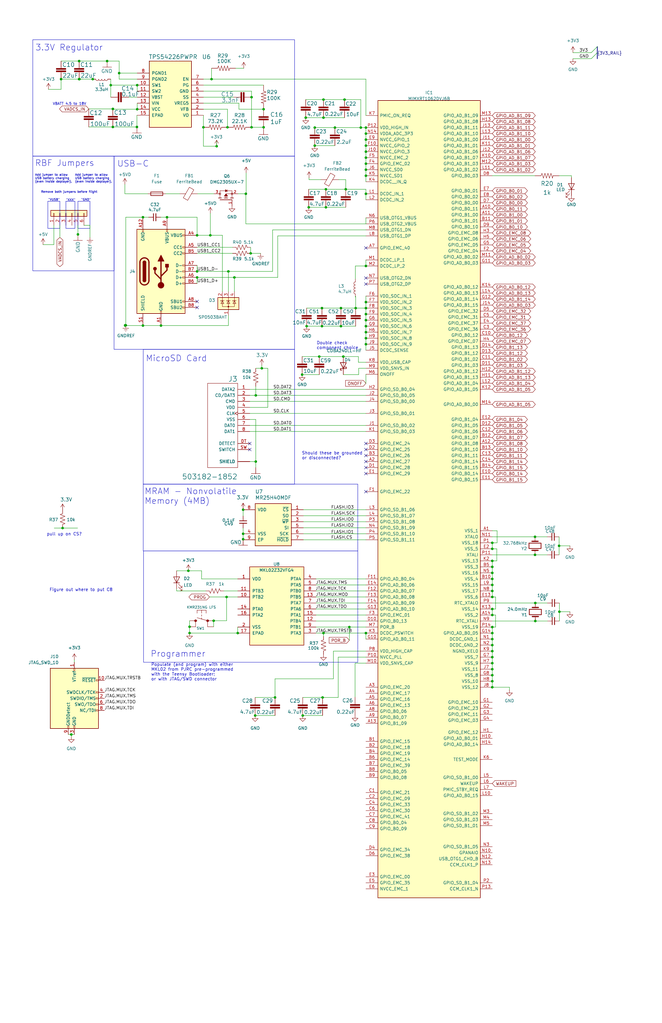
<source format=kicad_sch>
(kicad_sch (version 20230121) (generator eeschema)
  (paper "B" portrait)
  (bus_alias "3V3_RAIL" (members "3V3" "GND"))
  (bus_alias "I2C" (members "SDA" "SCL"))
  (bus_alias "JTAG" (members "TMS" "TCK" "MOD" "TDI" "TDO" "RST"))
  (bus_alias "Motor" (members "PWM_A" "PWM_B" "PWM_C" "RESET_A" "RESET_B" "RESET_C" "FAULT" "OTW" "M1"))
  (bus_alias "SPI" (members "SCK" "POCI" "PICO" "CS"))
  (junction (at 225.806 234.188))
  (junction (at 207.772 277.368))
  (junction (at 33.401 25.781))
  (junction (at 154.432 81.788))
  (junction (at 80.01 267.208))
  (junction (at 207.772 249.428))
  (junction (at 150.114 130.048))
  (junction (at 207.772 231.648))
  (junction (at 225.933 262.128))
  (junction (at 207.772 246.888))
  (junction (at 147.447 264.668))
  (junction (at 207.772 274.828))
  (junction (at 116.078 294.386))
  (junction (at 106.172 41.021))
  (junction (at 154.432 69.088))
  (junction (at 103.759 81.788))
  (junction (at 207.772 251.968))
  (junction (at 143.891 130.048))
  (junction (at 106.172 53.721))
  (junction (at 136.144 294.386))
  (junction (at 154.432 66.548))
  (junction (at 134.747 150.495))
  (junction (at 33.528 33.401))
  (junction (at 107.95 194.818))
  (junction (at 96.012 53.721))
  (junction (at 85.852 53.721))
  (junction (at 132.842 53.848))
  (junction (at 145.923 79.883))
  (junction (at 60.325 137.414))
  (junction (at 137.541 87.503))
  (junction (at 39.116 33.401))
  (junction (at 52.832 137.414))
  (junction (at 57.912 35.941))
  (junction (at 89.281 33.401))
  (junction (at 154.432 130.048))
  (junction (at 235.966 230.378))
  (junction (at 107.95 166.878))
  (junction (at 154.432 112.268))
  (junction (at 154.432 132.588))
  (junction (at 152.273 53.848))
  (junction (at 57.785 53.594))
  (junction (at 25.781 33.401))
  (junction (at 70.485 91.694))
  (junction (at 129.413 137.668))
  (junction (at 136.525 49.657))
  (junction (at 60.325 91.694))
  (junction (at 207.772 264.668))
  (junction (at 207.772 284.988))
  (junction (at 154.432 127.508))
  (junction (at 154.432 137.668))
  (junction (at 207.772 241.808))
  (junction (at 207.772 282.448))
  (junction (at 154.432 142.748))
  (junction (at 145.415 42.037))
  (junction (at 154.432 53.848))
  (junction (at 154.432 74.168))
  (junction (at 135.89 137.668))
  (junction (at 143.891 137.668))
  (junction (at 207.772 244.348))
  (junction (at 32.893 98.933))
  (junction (at 110.49 155.448))
  (junction (at 207.772 259.588))
  (junction (at 154.432 58.928))
  (junction (at 50.292 30.861))
  (junction (at 127.508 158.115))
  (junction (at 137.541 79.883))
  (junction (at 46.736 35.941))
  (junction (at 102.616 225.298))
  (junction (at 136.525 42.037))
  (junction (at 111.252 53.721))
  (junction (at 95.631 251.968))
  (junction (at 129.032 49.657))
  (junction (at 154.432 267.208))
  (junction (at 207.772 236.728))
  (junction (at 91.44 61.722))
  (junction (at 154.432 64.008))
  (junction (at 90.17 262.001))
  (junction (at 132.842 61.468))
  (junction (at 57.912 46.101))
  (junction (at 33.401 33.401))
  (junction (at 52.832 137.287))
  (junction (at 67.945 137.414))
  (junction (at 154.432 56.388))
  (junction (at 154.432 145.288))
  (junction (at 154.432 71.628))
  (junction (at 207.772 239.268))
  (junction (at 144.907 150.495))
  (junction (at 236.093 258.191))
  (junction (at 127.762 302.006))
  (junction (at 83.185 114.554))
  (junction (at 154.432 140.208))
  (junction (at 102.616 215.138))
  (junction (at 88.773 99.314))
  (junction (at 47.625 53.594))
  (junction (at 136.525 267.208))
  (junction (at 207.772 269.748))
  (junction (at 207.772 229.108))
  (junction (at 102.616 227.584))
  (junction (at 141.351 53.848))
  (junction (at 79.502 240.919))
  (junction (at 111.252 46.101))
  (junction (at 207.772 267.208))
  (junction (at 207.772 290.068))
  (junction (at 98.933 117.094))
  (junction (at 207.772 257.048))
  (junction (at 154.432 61.468))
  (junction (at 83.185 117.094))
  (junction (at 107.696 302.006))
  (junction (at 207.772 272.288))
  (junction (at 207.772 279.908))
  (junction (at 26.416 222.885))
  (junction (at 135.89 130.048))
  (junction (at 83.185 99.314))
  (junction (at 225.933 254.508))
  (junction (at 30.099 310.007))
  (junction (at 100.33 267.208))
  (junction (at 225.806 226.568))
  (junction (at 105.791 106.934))
  (junction (at 96.393 114.554))
  (junction (at 53.086 137.287))
  (junction (at 130.302 87.503))
  (junction (at 207.772 287.528))
  (junction (at 80.01 264.541))
  (junction (at 154.432 135.128))
  (junction (at 47.625 45.974))
  (junction (at 45.212 25.781))
  (no_connect (at 154.432 104.648))
  (no_connect (at 83.185 129.794))
  (no_connect (at 105.41 187.198))
  (no_connect (at 154.432 187.198))
  (no_connect (at 154.432 189.738))
  (no_connect (at 83.185 127.254))
  (no_connect (at 154.432 199.898))
  (no_connect (at 105.41 189.738))
  (no_connect (at 154.432 117.348))
  (no_connect (at 154.432 207.518))
  (no_connect (at 154.432 119.888))
  (no_connect (at 154.432 192.278))
  (no_connect (at 154.432 197.358))
  (no_connect (at 154.432 194.818))
  (bus_entry (at 252.095 22.225) (size -2.54 2.54))
  (bus_entry (at 252.095 19.685) (size -2.54 2.54))
  (wire (pts (xy 33.147 98.933) (xy 32.893 98.933)))
  (wire (pts (xy 207.772 274.828) (xy 207.772 277.368)))
  (wire (pts (xy 96.393 114.554) (xy 115.062 114.554)))
  (wire (pts (xy 60.325 137.414) (xy 67.945 137.414)))
  (wire (pts (xy 22.86 222.885) (xy 26.416 222.885)))
  (wire (pts (xy 88.773 99.314) (xy 93.853 99.314)))
  (wire (pts (xy 152.273 53.848) (xy 154.432 53.848)))
  (wire (pts (xy 83.185 106.934) (xy 98.171 106.934)))
  (wire (pts (xy 107.95 194.818) (xy 107.95 197.358)))
  (wire (pts (xy 89.281 28.829) (xy 89.281 33.401)))
  (polyline (pts (xy 37.973 96.393) (xy 37.973 84.963)))
  (wire (pts (xy 144.907 150.495) (xy 151.257 150.495)))
  (wire (pts (xy 230.886 226.568) (xy 225.806 226.568)))
  (wire (pts (xy 80.01 267.208) (xy 100.33 267.208)))
  (wire (pts (xy 207.772 269.748) (xy 207.772 272.288)))
  (wire (pts (xy 133.35 249.428) (xy 154.432 249.428)))
  (wire (pts (xy 85.852 48.641) (xy 85.852 53.721)))
  (wire (pts (xy 150.114 130.048) (xy 154.432 130.048)))
  (polyline (pts (xy 25.273 84.963) (xy 20.193 84.963)))
  (wire (pts (xy 207.772 282.448) (xy 207.772 284.988)))
  (wire (pts (xy 150.114 125.095) (xy 150.114 130.048)))
  (wire (pts (xy 207.772 231.648) (xy 209.677 231.648)))
  (wire (pts (xy 207.772 244.348) (xy 207.772 246.888)))
  (wire (pts (xy 116.078 286.512) (xy 140.716 286.512)))
  (wire (pts (xy 85.852 61.722) (xy 91.44 61.722)))
  (wire (pts (xy 236.093 258.191) (xy 240.538 258.191)))
  (polyline (pts (xy 20.193 96.393) (xy 25.273 96.393)))
  (wire (pts (xy 154.432 53.848) (xy 154.432 56.388)))
  (wire (pts (xy 143.891 130.048) (xy 150.114 130.048)))
  (wire (pts (xy 142.748 294.386) (xy 136.144 294.386)))
  (wire (pts (xy 25.781 33.401) (xy 33.401 33.401)))
  (wire (pts (xy 83.185 117.094) (xy 98.933 117.094)))
  (wire (pts (xy 149.987 125.095) (xy 150.114 125.095)))
  (wire (pts (xy 37.465 45.974) (xy 47.625 45.974)))
  (wire (pts (xy 130.429 75.819) (xy 135.382 75.819)))
  (wire (pts (xy 52.705 81.788) (xy 62.357 81.788)))
  (wire (pts (xy 154.432 109.728) (xy 154.432 112.268)))
  (wire (pts (xy 52.705 77.851) (xy 52.705 81.788)))
  (wire (pts (xy 129.032 42.037) (xy 136.525 42.037)))
  (wire (pts (xy 240.538 230.378) (xy 235.966 230.378)))
  (wire (pts (xy 57.912 43.561) (xy 57.912 46.101)))
  (wire (pts (xy 30.099 310.007) (xy 31.369 310.007)))
  (wire (pts (xy 52.832 137.414) (xy 52.705 137.414)))
  (wire (pts (xy 52.705 137.287) (xy 52.705 137.414)))
  (wire (pts (xy 207.772 254.508) (xy 225.933 254.508)))
  (wire (pts (xy 149.987 112.268) (xy 149.987 117.729)))
  (wire (pts (xy 47.625 46.101) (xy 57.912 46.101)))
  (wire (pts (xy 83.185 104.394) (xy 98.171 104.394)))
  (wire (pts (xy 85.852 41.021) (xy 98.552 41.021)))
  (wire (pts (xy 241.808 24.765) (xy 249.555 24.765)))
  (wire (pts (xy 207.772 249.428) (xy 207.772 251.968)))
  (wire (pts (xy 35.433 95.123) (xy 37.973 95.123)))
  (wire (pts (xy 100.33 264.668) (xy 100.33 267.208)))
  (wire (pts (xy 149.987 112.268) (xy 154.432 112.268)))
  (wire (pts (xy 26.416 222.885) (xy 32.766 222.885)))
  (wire (pts (xy 18.161 103.251) (xy 22.733 103.251)))
  (wire (pts (xy 154.432 99.568) (xy 117.221 99.568)))
  (wire (pts (xy 154.432 71.628) (xy 154.432 74.168)))
  (wire (pts (xy 110.49 155.448) (xy 113.03 155.448)))
  (wire (pts (xy 128.016 220.218) (xy 154.432 220.218)))
  (wire (pts (xy 145.415 42.037) (xy 152.273 42.037)))
  (wire (pts (xy 207.772 279.908) (xy 207.772 282.448)))
  (wire (pts (xy 236.093 254.508) (xy 236.093 258.191)))
  (wire (pts (xy 85.852 53.721) (xy 85.852 61.722)))
  (wire (pts (xy 107.95 177.038) (xy 107.95 194.818)))
  (polyline (pts (xy 37.973 84.963) (xy 32.893 84.963)))
  (polyline (pts (xy 32.893 84.963) (xy 32.893 96.393)))
  (wire (pts (xy 105.791 104.394) (xy 105.791 106.934)))
  (wire (pts (xy 60.325 137.414) (xy 52.832 137.414)))
  (wire (pts (xy 207.772 239.268) (xy 207.772 241.808)))
  (wire (pts (xy 207.772 287.528) (xy 207.772 290.068)))
  (wire (pts (xy 45.212 25.781) (xy 50.292 25.781)))
  (polyline (pts (xy 37.973 96.393) (xy 32.893 96.393)))
  (wire (pts (xy 152.273 42.037) (xy 152.273 53.848)))
  (wire (pts (xy 209.804 229.108) (xy 207.772 229.108)))
  (wire (pts (xy 116.078 286.512) (xy 116.078 294.386)))
  (wire (pts (xy 103.759 81.788) (xy 103.886 81.788)))
  (wire (pts (xy 50.292 33.401) (xy 57.912 33.401)))
  (wire (pts (xy 141.351 53.848) (xy 152.273 53.848)))
  (wire (pts (xy 57.785 48.641) (xy 57.912 48.641)))
  (wire (pts (xy 33.401 33.401) (xy 33.528 33.401)))
  (wire (pts (xy 105.41 194.818) (xy 107.95 194.818)))
  (wire (pts (xy 129.032 49.657) (xy 136.525 49.657)))
  (wire (pts (xy 130.302 79.883) (xy 137.541 79.883)))
  (wire (pts (xy 107.696 294.386) (xy 116.078 294.386)))
  (wire (pts (xy 33.401 25.781) (xy 45.212 25.781)))
  (wire (pts (xy 236.093 262.128) (xy 236.093 258.191)))
  (wire (pts (xy 47.625 45.974) (xy 47.625 46.101)))
  (wire (pts (xy 102.616 225.298) (xy 102.616 227.584)))
  (wire (pts (xy 74.549 248.539) (xy 74.549 249.428)))
  (wire (pts (xy 102.616 227.584) (xy 102.616 227.838)))
  (wire (pts (xy 57.912 41.021) (xy 54.356 41.021)))
  (wire (pts (xy 133.35 267.208) (xy 136.525 267.208)))
  (wire (pts (xy 28.829 310.007) (xy 30.099 310.007)))
  (wire (pts (xy 154.432 94.488) (xy 154.432 91.948)))
  (wire (pts (xy 52.832 137.287) (xy 52.832 137.414)))
  (wire (pts (xy 128.016 217.678) (xy 154.432 217.678)))
  (wire (pts (xy 32.893 95.123) (xy 32.893 98.933)))
  (wire (pts (xy 133.35 259.588) (xy 154.432 259.588)))
  (wire (pts (xy 85.852 38.481) (xy 106.172 38.481)))
  (wire (pts (xy 32.893 99.06) (xy 33.147 99.06)))
  (wire (pts (xy 135.89 137.668) (xy 143.891 137.668)))
  (wire (pts (xy 128.016 225.298) (xy 154.432 225.298)))
  (wire (pts (xy 98.933 117.094) (xy 98.933 123.063)))
  (wire (pts (xy 80.01 264.541) (xy 80.01 267.208)))
  (wire (pts (xy 230.886 234.188) (xy 225.806 234.188)))
  (wire (pts (xy 149.86 279.908) (xy 149.86 294.259)))
  (wire (pts (xy 154.432 127.508) (xy 154.432 130.048)))
  (wire (pts (xy 154.432 81.788) (xy 154.432 84.328)))
  (wire (pts (xy 115.062 97.028) (xy 154.432 97.028)))
  (wire (pts (xy 115.062 114.554) (xy 115.062 97.028)))
  (wire (pts (xy 33.528 33.401) (xy 39.116 33.401)))
  (wire (pts (xy 95.631 262.001) (xy 90.17 262.001)))
  (wire (pts (xy 154.432 130.048) (xy 154.432 132.588)))
  (wire (pts (xy 57.912 30.861) (xy 50.292 30.861)))
  (wire (pts (xy 209.169 257.048) (xy 207.772 257.048)))
  (wire (pts (xy 33.401 33.401) (xy 33.401 33.274)))
  (wire (pts (xy 50.292 25.781) (xy 50.292 30.861)))
  (wire (pts (xy 93.853 123.063) (xy 93.853 99.314)))
  (wire (pts (xy 25.781 33.401) (xy 25.781 37.719)))
  (wire (pts (xy 83.185 91.694) (xy 83.185 99.314)))
  (wire (pts (xy 96.012 46.101) (xy 96.012 53.721)))
  (wire (pts (xy 128.016 215.138) (xy 154.432 215.138)))
  (wire (pts (xy 31.369 278.511) (xy 31.369 279.527)))
  (wire (pts (xy 154.432 79.883) (xy 154.432 81.788)))
  (wire (pts (xy 67.945 137.414) (xy 96.393 137.414)))
  (wire (pts (xy 154.432 61.468) (xy 154.432 64.008)))
  (wire (pts (xy 133.35 262.128) (xy 154.432 262.128)))
  (wire (pts (xy 132.842 53.848) (xy 132.842 56.388)))
  (wire (pts (xy 154.432 56.388) (xy 154.432 58.928)))
  (wire (pts (xy 129.413 130.048) (xy 135.89 130.048)))
  (wire (pts (xy 154.432 161.798) (xy 154.432 157.988)))
  (wire (pts (xy 154.432 69.088) (xy 154.432 71.628)))
  (wire (pts (xy 83.185 112.014) (xy 83.185 114.554)))
  (wire (pts (xy 130.302 87.503) (xy 137.541 87.503)))
  (wire (pts (xy 89.281 33.401) (xy 154.432 33.401)))
  (wire (pts (xy 53.086 91.694) (xy 60.325 91.694)))
  (wire (pts (xy 207.772 74.168) (xy 225.806 74.168)))
  (wire (pts (xy 140.716 286.512) (xy 140.716 274.828)))
  (wire (pts (xy 132.842 53.848) (xy 141.351 53.848)))
  (wire (pts (xy 88.392 251.968) (xy 95.631 251.968)))
  (wire (pts (xy 147.447 264.668) (xy 147.447 270.256)))
  (wire (pts (xy 207.772 226.568) (xy 225.806 226.568)))
  (wire (pts (xy 151.257 152.908) (xy 154.432 152.908)))
  (wire (pts (xy 207.772 267.208) (xy 207.772 269.748)))
  (wire (pts (xy 136.525 49.657) (xy 145.415 49.657)))
  (wire (pts (xy 231.013 262.128) (xy 225.933 262.128)))
  (wire (pts (xy 154.432 124.968) (xy 154.432 127.508)))
  (wire (pts (xy 100.838 46.101) (xy 111.252 46.101)))
  (wire (pts (xy 107.95 163.068) (xy 107.95 166.878)))
  (wire (pts (xy 154.432 58.928) (xy 154.432 61.468)))
  (wire (pts (xy 207.772 251.968) (xy 209.169 251.968)))
  (wire (pts (xy 102.616 217.805) (xy 102.616 215.138)))
  (wire (pts (xy 127.762 302.006) (xy 136.144 302.006)))
  (wire (pts (xy 133.35 246.888) (xy 154.432 246.888)))
  (wire (pts (xy 130.429 75.057) (xy 130.429 75.819)))
  (wire (pts (xy 117.221 117.094) (xy 98.933 117.094)))
  (wire (pts (xy 137.541 87.503) (xy 145.923 87.503)))
  (wire (pts (xy 33.147 98.933) (xy 33.147 99.06)))
  (wire (pts (xy 154.432 64.008) (xy 154.432 66.548)))
  (wire (pts (xy 145.923 79.883) (xy 154.432 79.883)))
  (wire (pts (xy 149.987 125.349) (xy 149.987 125.095)))
  (wire (pts (xy 207.772 236.728) (xy 207.772 239.268)))
  (wire (pts (xy 80.01 262.001) (xy 80.01 264.541)))
  (wire (pts (xy 142.748 277.368) (xy 142.748 294.386)))
  (wire (pts (xy 149.86 279.908) (xy 154.432 279.908)))
  (wire (pts (xy 231.013 254.508) (xy 225.933 254.508)))
  (wire (pts (xy 102.616 214.884) (xy 102.616 215.138)))
  (wire (pts (xy 85.852 33.401) (xy 89.281 33.401)))
  (wire (pts (xy 94.488 249.428) (xy 100.33 249.428)))
  (wire (pts (xy 144.907 158.115) (xy 151.384 158.115)))
  (wire (pts (xy 117.221 99.568) (xy 117.221 117.094)))
  (wire (pts (xy 99.441 28.829) (xy 102.87 28.829)))
  (wire (pts (xy 207.772 224.028) (xy 209.804 224.028)))
  (wire (pts (xy 154.432 142.748) (xy 154.432 145.288)))
  (wire (pts (xy 53.086 137.287) (xy 53.086 91.694)))
  (wire (pts (xy 103.759 94.488) (xy 154.432 94.488)))
  (wire (pts (xy 127.762 294.386) (xy 136.144 294.386)))
  (wire (pts (xy 127.508 150.495) (xy 134.747 150.495)))
  (wire (pts (xy 88.773 99.314) (xy 83.185 99.314)))
  (wire (pts (xy 53.086 137.287) (xy 52.832 137.287)))
  (wire (pts (xy 105.41 179.578) (xy 154.432 179.578)))
  (wire (pts (xy 209.677 236.728) (xy 207.772 236.728)))
  (wire (pts (xy 106.172 41.021) (xy 106.172 53.721)))
  (wire (pts (xy 151.384 155.448) (xy 154.432 155.448)))
  (wire (pts (xy 136.525 42.037) (xy 145.415 42.037)))
  (wire (pts (xy 111.252 53.721) (xy 111.252 54.229)))
  (wire (pts (xy 57.785 48.641) (xy 57.785 53.594)))
  (bus (pts (xy 252.095 19.685) (xy 252.095 22.225)))
  (wire (pts (xy 241.808 22.225) (xy 249.555 22.225)))
  (wire (pts (xy 135.89 130.048) (xy 143.891 130.048)))
  (wire (pts (xy 207.772 257.048) (xy 207.772 259.588)))
  (wire (pts (xy 207.772 264.668) (xy 207.772 267.208)))
  (wire (pts (xy 136.525 268.605) (xy 136.525 267.208)))
  (wire (pts (xy 133.35 257.048) (xy 154.432 257.048)))
  (wire (pts (xy 85.852 43.561) (xy 100.838 43.561)))
  (wire (pts (xy 83.058 117.094) (xy 83.185 117.094)))
  (wire (pts (xy 133.35 251.968) (xy 154.432 251.968)))
  (wire (pts (xy 209.677 231.648) (xy 209.677 236.728)))
  (wire (pts (xy 90.17 262.001) (xy 90.17 264.541)))
  (wire (pts (xy 105.41 169.418) (xy 154.432 169.418)))
  (wire (pts (xy 74.549 249.428) (xy 86.868 249.428)))
  (wire (pts (xy 209.804 224.028) (xy 209.804 229.108)))
  (wire (pts (xy 151.384 158.115) (xy 151.384 155.448)))
  (wire (pts (xy 106.172 53.721) (xy 111.252 53.721)))
  (wire (pts (xy 154.432 132.588) (xy 154.432 135.128)))
  (wire (pts (xy 102.616 222.885) (xy 102.616 225.298)))
  (polyline (pts (xy 27.813 84.963) (xy 31.623 84.963)))
  (wire (pts (xy 207.772 272.288) (xy 207.772 274.828)))
  (wire (pts (xy 207.772 246.888) (xy 207.772 249.428)))
  (wire (pts (xy 107.696 302.006) (xy 116.078 302.006)))
  (wire (pts (xy 235.966 234.188) (xy 235.966 230.378)))
  (wire (pts (xy 134.747 150.495) (xy 144.907 150.495)))
  (wire (pts (xy 85.09 240.919) (xy 85.09 244.348)))
  (wire (pts (xy 154.432 137.668) (xy 154.432 140.208)))
  (wire (pts (xy 128.016 222.758) (xy 154.432 222.758)))
  (wire (pts (xy 154.432 66.548) (xy 154.432 69.088)))
  (wire (pts (xy 96.393 114.554) (xy 96.393 123.063)))
  (wire (pts (xy 83.185 117.094) (xy 83.185 119.634)))
  (wire (pts (xy 154.432 145.288) (xy 154.432 147.828)))
  (wire (pts (xy 127.508 158.115) (xy 134.747 158.115)))
  (wire (pts (xy 46.736 35.941) (xy 46.736 41.021)))
  (wire (pts (xy 96.393 133.223) (xy 96.393 137.414)))
  (wire (pts (xy 110.49 155.448) (xy 110.49 154.178)))
  (wire (pts (xy 106.172 38.481) (xy 106.172 41.021)))
  (polyline (pts (xy 31.623 84.963) (xy 31.623 96.393)))
  (wire (pts (xy 151.257 150.495) (xy 151.257 152.908)))
  (wire (pts (xy 103.759 94.488) (xy 103.759 81.788)))
  (wire (pts (xy 37.973 95.123) (xy 37.973 100.203)))
  (wire (pts (xy 154.432 135.128) (xy 154.432 137.668)))
  (wire (pts (xy 209.169 264.668) (xy 207.772 264.668)))
  (wire (pts (xy 50.292 30.861) (xy 50.292 33.401)))
  (wire (pts (xy 235.966 230.378) (xy 235.966 226.568)))
  (wire (pts (xy 207.772 290.068) (xy 215.011 290.068)))
  (wire (pts (xy 30.099 310.896) (xy 30.099 310.007)))
  (wire (pts (xy 207.772 284.988) (xy 207.772 287.528)))
  (bus (pts (xy 252.095 22.225) (xy 252.095 24.765)))
  (wire (pts (xy 154.432 267.208) (xy 154.432 269.748)))
  (wire (pts (xy 105.41 182.118) (xy 154.432 182.118)))
  (wire (pts (xy 25.273 100.203) (xy 25.273 95.123)))
  (wire (pts (xy 207.772 277.368) (xy 207.772 279.908)))
  (polyline (pts (xy 31.623 96.393) (xy 27.813 96.393)))
  (wire (pts (xy 145.923 75.819) (xy 145.923 79.883)))
  (wire (pts (xy 209.169 259.588) (xy 209.169 264.668)))
  (wire (pts (xy 85.852 35.941) (xy 111.252 35.941)))
  (wire (pts (xy 33.401 33.274) (xy 33.528 33.274)))
  (wire (pts (xy 143.002 75.819) (xy 145.923 75.819)))
  (wire (pts (xy 74.549 240.919) (xy 79.502 240.919)))
  (wire (pts (xy 133.35 254.508) (xy 154.432 254.508)))
  (polyline (pts (xy 20.193 84.963) (xy 20.193 96.393)))
  (wire (pts (xy 103.886 73.025) (xy 103.886 81.788)))
  (wire (pts (xy 95.631 251.968) (xy 100.33 251.968)))
  (wire (pts (xy 154.432 74.168) (xy 154.432 76.708)))
  (wire (pts (xy 100.457 81.788) (xy 103.759 81.788)))
  (wire (pts (xy 88.773 90.043) (xy 88.773 99.314)))
  (wire (pts (xy 207.772 259.588) (xy 209.169 259.588)))
  (wire (pts (xy 37.465 53.594) (xy 47.625 53.594)))
  (wire (pts (xy 46.736 35.941) (xy 57.912 35.941)))
  (wire (pts (xy 85.09 244.348) (xy 100.33 244.348)))
  (wire (pts (xy 33.528 33.401) (xy 33.528 33.274)))
  (wire (pts (xy 25.781 37.719) (xy 20.447 37.719)))
  (wire (pts (xy 147.447 264.668) (xy 154.432 264.668)))
  (wire (pts (xy 83.439 81.788) (xy 90.297 81.788)))
  (wire (pts (xy 83.185 114.554) (xy 96.393 114.554)))
  (wire (pts (xy 133.35 264.668) (xy 147.447 264.668)))
  (wire (pts (xy 154.432 33.401) (xy 154.432 48.768)))
  (wire (pts (xy 105.41 177.038) (xy 107.95 177.038)))
  (wire (pts (xy 52.832 137.287) (xy 52.705 137.287)))
  (wire (pts (xy 67.818 91.694) (xy 70.485 91.694)))
  (wire (pts (xy 85.852 46.101) (xy 96.012 46.101)))
  (wire (pts (xy 209.169 251.968) (xy 209.169 257.048)))
  (wire (pts (xy 154.432 140.208) (xy 154.432 142.748)))
  (wire (pts (xy 132.842 61.468) (xy 141.351 61.468)))
  (wire (pts (xy 105.41 174.498) (xy 154.432 174.498)))
  (wire (pts (xy 57.912 38.481) (xy 57.912 35.941)))
  (wire (pts (xy 215.011 290.068) (xy 215.011 291.211)))
  (wire (pts (xy 91.44 59.563) (xy 91.44 61.722)))
  (wire (pts (xy 40.005 33.401) (xy 39.116 33.401)))
  (wire (pts (xy 105.41 166.878) (xy 107.95 166.878)))
  (wire (pts (xy 69.977 81.788) (xy 75.819 81.788)))
  (wire (pts (xy 129.413 137.668) (xy 135.89 137.668)))
  (wire (pts (xy 128.016 227.838) (xy 154.432 227.838)))
  (wire (pts (xy 70.485 91.694) (xy 83.185 91.694)))
  (wire (pts (xy 241.173 74.168) (xy 241.173 74.93)))
  (wire (pts (xy 105.791 106.934) (xy 109.982 106.934)))
  (wire (pts (xy 207.772 234.188) (xy 225.806 234.188)))
  (wire (pts (xy 25.781 25.781) (xy 33.401 25.781)))
  (wire (pts (xy 47.625 53.594) (xy 57.785 53.594)))
  (wire (pts (xy 22.733 103.251) (xy 22.733 95.123)))
  (wire (pts (xy 154.432 277.368) (xy 142.748 277.368)))
  (wire (pts (xy 95.631 251.968) (xy 95.631 262.001)))
  (wire (pts (xy 140.716 274.828) (xy 154.432 274.828)))
  (wire (pts (xy 79.502 240.919) (xy 85.09 240.919)))
  (wire (pts (xy 100.838 43.561) (xy 100.838 46.101)))
  (wire (pts (xy 235.966 74.168) (xy 241.173 74.168)))
  (wire (pts (xy 107.95 155.448) (xy 110.49 155.448)))
  (wire (pts (xy 207.772 262.128) (xy 225.933 262.128)))
  (wire (pts (xy 60.325 91.694) (xy 62.738 91.694)))
  (wire (pts (xy 113.03 155.448) (xy 113.03 171.958)))
  (wire (pts (xy 207.772 229.108) (xy 207.772 231.648)))
  (polyline (pts (xy 27.813 96.393) (xy 27.813 84.963)))
  (wire (pts (xy 137.541 79.883) (xy 145.923 79.883)))
  (wire (pts (xy 32.893 98.933) (xy 32.893 99.06)))
  (wire (pts (xy 143.891 137.668) (xy 150.114 137.668)))
  (wire (pts (xy 107.95 166.878) (xy 154.432 166.878)))
  (wire (pts (xy 46.736 33.401) (xy 46.736 35.941)))
  (wire (pts (xy 105.41 171.958) (xy 113.03 171.958)))
  (wire (pts (xy 133.35 244.348) (xy 154.432 244.348)))
  (wire (pts (xy 105.41 164.338) (xy 154.432 164.338)))
  (polyline (pts (xy 25.273 96.393) (xy 25.273 84.963)))
  (wire (pts (xy 136.525 267.208) (xy 154.432 267.208)))
  (wire (pts (xy 207.772 241.808) (xy 207.772 244.348)))
  (rectangle (start 48.133 65.913) (end 124.333 147.447))
  (rectangle (start 13.843 16.764) (end 124.333 65.913))
  (rectangle (start 13.843 65.913) (end 48.133 114.3))
  (rectangle (start 60.579 232.537) (end 151.003 279.527))
  (rectangle (start 60.452 204.343) (end 151.003 232.537))
  (rectangle (start 60.452 147.447) (end 124.333 204.343))
  (text "3.3V Regulator" (at 14.859 21.717 0) (effects (font (size 2.54 2.54)) (justify left bottom)))
  (text "\"VUSB\"" (at 25.273 84.963 0) (effects (font (size 0.889 0.889)) (justify right bottom)))
  (text "USB-C\n" (at 49.403 70.739 0) (effects (font (size 2.54 2.54)) (justify left bottom)))
  (text "MicroSD Card" (at 61.468 152.908 0) (effects (font (size 2.54 2.54)) (justify left bottom)))
  (text "VBATT 4.5 to 18V" (at 22.225 44.577 0) (effects (font (size 1.0668 1.0668)) (justify left bottom)))
  (text "Programmer" (at 63.5 277.622 0) (effects (font (size 2.54 2.54)) (justify left bottom)))
  (text "Figure out where to put C8" (at 20.828 249.809 0) (effects (font (size 1.27 1.27)) (justify left bottom)))
  (text "pull up on CS?\n" (at 19.685 226.314 0) (effects (font (size 1.27 1.27)) (justify left bottom)))
  (text "Populate (and program) with either \nMKL02 from PJRC pre-programmed \nwith the Teensy Bootloader;\nor with JTAG/SWD connector" (at 63.754 287.528 0) (effects (font (size 1.27 1.27)) (justify left bottom)))
  (text "\"GND\"" (at 34.163 84.963 0) (effects (font (size 0.889 0.889)) (justify left bottom)))
  (text "Add jumper to allow\nUSB battery charging\n(even inside deployer).\n" (at 14.732 77.343 0) (effects (font (size 0.889 0.889)) (justify left bottom)))
  (text "Should these be grounded \nor disconnected?\n" (at 127.381 194.183 0) (effects (font (size 1.27 1.27)) (justify left bottom)))
  (text "Double check \ncomponent choice\n\n" (at 133.604 149.733 0) (effects (font (size 1.27 1.27)) (justify left bottom)))
  (text "RBF Jumpers" (at 14.732 70.485 0) (effects (font (size 2.54 2.54)) (justify left bottom)))
  (text "Add jumper to allow\nUSB battery charging\n(even inside deployer).\n" (at 31.623 77.343 0) (effects (font (size 0.889 0.889)) (justify left bottom)))
  (text "MRAM - Nonvolatile\nMemory (4MB)" (at 60.96 213.106 0) (effects (font (size 2.54 2.54)) (justify left bottom)))
  (text "\"XXX\"" (at 31.877 85.09 0) (effects (font (size 0.889 0.889)) (justify right bottom)))
  (text "Remove both jumpers before flight" (at 17.272 81.661 0) (effects (font (size 0.889 0.889)) (justify left bottom)))
  (label "SD.DAT2" (at 115.316 164.338 0))
  (label "FLASH.IO2" (at 139.7 222.758 0))
  (label "FLASH.SCK" (at 139.7 217.678 0))
  (label "USB1_D+" (at 83.185 119.507 0))
  (label "FLASH.CS" (at 139.7 227.838 0))
  (label "JTAG.MUX.TDO" (at 146.431 257.048 180))
  (label "JTAG.MUX.TDI" (at 145.796 254.508 180))
  (label "SD.DAT1" (at 115.316 182.118 0))
  (label "FLASH.IO0" (at 139.7 220.218 0))
  (label "SD.CMD" (at 115.316 169.418 0))
  (label "GND" (at 244.475 24.765 0))
  (label "JTAG.MUX.TRSTB" (at 44.069 287.147 0))
  (label "FLASH.IO3" (at 139.7 215.138 0))
  (label "JTAG.MUX.TRSTB" (at 148.59 267.208 180))
  (label "FLASH.IO1" (at 139.7 225.552 0))
  (label "JTAG.MUX.TMS" (at 44.069 294.767 0))
  (label "{3V3_RAIL}" (at 252.095 23.495 0))
  (label "JTAG.MUX.TDI" (at 44.069 299.847 0))
  (label "USB1_D-" (at 83.185 114.554 0))
  (label "JTAG.MUX.TMS" (at 146.558 246.888 180))
  (label "SD.CLK" (at 115.316 174.498 0))
  (label "JTAG.MUX.TDO" (at 44.069 297.307 0))
  (label "JTAG.MUX.MOD" (at 146.939 251.968 180))
  (label "USB1_CC1" (at 83.185 104.394 0))
  (label "3V3" (at 244.475 22.225 0))
  (label "JTAG.MUX.TCK" (at 44.069 292.227 0))
  (label "SD.DAT3" (at 115.316 166.878 0))
  (label "SD.DAT0" (at 115.316 179.578 0))
  (label "USB1_CC2" (at 83.185 106.934 0))
  (label "JTAG.MUX.TCK" (at 146.304 249.428 180))
  (global_label "GPIO_AD_B1_08" (shape bidirectional) (at 207.772 51.308 0) (property "Intersheetrefs" "${INTERSHEET_REFS}" (effects hide)))
  (global_label "GPIO_B0_14" (shape bidirectional) (at 207.772 199.898 0) (property "Intersheetrefs" "${INTERSHEET_REFS}" (effects hide)))
  (global_label "POR_B" (shape input) (at 147.447 270.256 180) (property "Intersheetrefs" "${INTERSHEET_REFS}" (effects hide)))
  (global_label "ONOFF" (shape input) (at 154.432 161.798 180) (property "Intersheetrefs" "${INTERSHEET_REFS}" (effects hide)))
  (global_label "GPIO_AD_B1_07" (shape bidirectional) (at 207.772 66.548 0) (property "Intersheetrefs" "${INTERSHEET_REFS}" (effects hide)))
  (global_label "GPIO_AD_B1_01" (shape bidirectional) (at 207.772 61.468 0) (property "Intersheetrefs" "${INTERSHEET_REFS}" (effects hide)))
  (global_label "GPIO_B0_02" (shape bidirectional) (at 207.772 83.058 0) (property "Intersheetrefs" "${INTERSHEET_REFS}" (effects hide)))
  (global_label "GPIO_AD_B0_13" (shape bidirectional) (at 207.772 123.698 0) (property "Intersheetrefs" "${INTERSHEET_REFS}" (effects hide)))
  (global_label "GPIO_AD_B1_11" (shape bidirectional) (at 207.772 53.848 0) (property "Intersheetrefs" "${INTERSHEET_REFS}" (effects hide)))
  (global_label "GPIO_B1_11" (shape bidirectional) (at 207.772 192.278 0) (property "Intersheetrefs" "${INTERSHEET_REFS}" (effects hide)))
  (global_label "VADCS_IN" (shape bidirectional) (at 25.273 100.203 270) (property "Intersheetrefs" "${INTERSHEET_REFS}" (effects hide)))
  (global_label "GPIO_EMC_07" (shape bidirectional) (at 207.772 144.018 0) (property "Intersheetrefs" "${INTERSHEET_REFS}" (effects hide)))
  (global_label "GPIO_B1_00" (shape bidirectional) (at 207.772 90.678 0) (property "Intersheetrefs" "${INTERSHEET_REFS}" (effects hide)))
  (global_label "GPIO_AD_B1_06" (shape bidirectional) (at 207.772 64.008 0) (property "Intersheetrefs" "${INTERSHEET_REFS}" (effects hide)))
  (global_label "GPIO_B0_00" (shape bidirectional) (at 207.772 85.598 0) (property "Intersheetrefs" "${INTERSHEET_REFS}" (effects hide)))
  (global_label "GPIO_B1_14" (shape bidirectional) (at 207.772 194.818 0) (property "Intersheetrefs" "${INTERSHEET_REFS}" (effects hide)))
  (global_label "GPIO_B1_13" (shape bidirectional) (at 207.772 146.558 0) (property "Intersheetrefs" "${INTERSHEET_REFS}" (effects hide)))
  (global_label "GPIO_B1_12" (shape bidirectional) (at 207.772 149.098 0) (property "Intersheetrefs" "${INTERSHEET_REFS}" (effects hide)))
  (global_label "GPIO_AD_B1_14" (shape bidirectional) (at 207.772 126.238 0) (property "Intersheetrefs" "${INTERSHEET_REFS}" (effects hide)))
  (global_label "GPIO_B1_08" (shape bidirectional) (at 207.772 187.198 0) (property "Intersheetrefs" "${INTERSHEET_REFS}" (effects hide)))
  (global_label "GPIO_B1_01" (shape bidirectional) (at 207.772 93.218 0) (property "Intersheetrefs" "${INTERSHEET_REFS}" (effects hide)))
  (global_label "GPIO_B1_10" (shape bidirectional) (at 207.772 189.738 0) (property "Intersheetrefs" "${INTERSHEET_REFS}" (effects hide)))
  (global_label "GPIO_EMC_04" (shape bidirectional) (at 207.772 105.918 0) (property "Intersheetrefs" "${INTERSHEET_REFS}" (effects hide)))
  (global_label "GPIO_B0_10" (shape bidirectional) (at 207.772 95.758 0) (property "Intersheetrefs" "${INTERSHEET_REFS}" (effects hide)))
  (global_label "GPIO_B0_01" (shape bidirectional) (at 207.772 80.518 0) (property "Intersheetrefs" "${INTERSHEET_REFS}" (effects hide)))
  (global_label "WAKEUP" (shape input) (at 207.772 330.708 0) (property "Intersheetrefs" "${INTERSHEET_REFS}" (effects hide)))
  (global_label "GPIO_B1_15" (shape bidirectional) (at 207.772 202.438 0) (property "Intersheetrefs" "${INTERSHEET_REFS}" (effects hide)))
  (global_label "GPIO_B1_06" (shape bidirectional) (at 207.772 182.118 0) (property "Intersheetrefs" "${INTERSHEET_REFS}" (effects hide)))
  (global_label "GPIO_B1_04" (shape bidirectional) (at 207.772 177.038 0) (property "Intersheetrefs" "${INTERSHEET_REFS}" (effects hide)))
  (global_label "GPIO_EMC_08" (shape bidirectional) (at 207.772 98.298 0) (property "Intersheetrefs" "${INTERSHEET_REFS}" (effects hide)))
  (global_label "GPIO_AD_B0_02" (shape bidirectional) (at 207.772 108.458 0) (property "Intersheetrefs" "${INTERSHEET_REFS}" (effects hide)))
  (global_label "GPIO_B1_02" (shape bidirectional) (at 207.772 151.638 0) (property "Intersheetrefs" "${INTERSHEET_REFS}" (effects hide)))
  (global_label "GPIO_B1_05" (shape bidirectional) (at 207.772 179.578 0) (property "Intersheetrefs" "${INTERSHEET_REFS}" (effects hide)))
  (global_label "GPIO_AD_B1_13" (shape bidirectional) (at 207.772 159.258 0) (property "Intersheetrefs" "${INTERSHEET_REFS}" (effects hide)))
  (global_label "GPIO_AD_B1_04" (shape bidirectional) (at 207.772 161.798 0) (property "Intersheetrefs" "${INTERSHEET_REFS}" (effects hide)))
  (global_label "GPIO_EMC_32" (shape bidirectional) (at 207.772 131.318 0) (property "Intersheetrefs" "${INTERSHEET_REFS}" (effects hide)))
  (global_label "GPIO_AD_B1_10" (shape bidirectional) (at 207.772 56.388 0) (property "Intersheetrefs" "${INTERSHEET_REFS}" (effects hide)))
  (global_label "GPIO_AD_B1_05" (shape bidirectional) (at 207.772 170.688 0) (property "Intersheetrefs" "${INTERSHEET_REFS}" (effects hide)))
  (global_label "GPIO_AD_B1_12" (shape bidirectional) (at 207.772 156.718 0) (property "Intersheetrefs" "${INTERSHEET_REFS}" (effects hide)))
  (global_label "GPIO_EMC_36" (shape bidirectional) (at 207.772 138.938 0) (property "Intersheetrefs" "${INTERSHEET_REFS}" (effects hide)))
  (global_label "GPIO_B1_03" (shape bidirectional) (at 207.772 154.178 0) (property "Intersheetrefs" "${INTERSHEET_REFS}" (effects hide)))
  (global_label "GPIO_EMC_06" (shape bidirectional) (at 207.772 100.838 0) (property "Intersheetrefs" "${INTERSHEET_REFS}" (effects hide)))
  (global_label "GPIO_AD_B1_03" (shape bidirectional) (at 207.772 69.088 0) (property "Intersheetrefs" "${INTERSHEET_REFS}" (effects hide)))
  (global_label "GPIO_EMC_37" (shape bidirectional) (at 207.772 136.398 0) (property "Intersheetrefs" "${INTERSHEET_REFS}" (effects hide)))
  (global_label "GPIO_AD_B1_05" (shape bidirectional) (at 207.772 164.338 0) (property "Intersheetrefs" "${INTERSHEET_REFS}" (effects hide)))
  (global_label "GPIO_EMC_31" (shape bidirectional) (at 207.772 133.858 0) (property "Intersheetrefs" "${INTERSHEET_REFS}" (effects hide)))
  (global_label "GPIO_AD_B0_03" (shape bidirectional) (at 207.772 128.778 0) (property "Intersheetrefs" "${INTERSHEET_REFS}" (effects hide)))
  (global_label "GPIO_AD_B1_00" (shape bidirectional) (at 207.772 58.928 0) (property "Intersheetrefs" "${INTERSHEET_REFS}" (effects hide)))
  (global_label "GPIO_B1_07" (shape bidirectional) (at 207.772 184.658 0) (property "Intersheetrefs" "${INTERSHEET_REFS}" (effects hide)))
  (global_label "GPIO_B0_11" (shape bidirectional) (at 207.772 88.138 0) (property "Intersheetrefs" "${INTERSHEET_REFS}" (effects hide)))
  (global_label "PROG" (shape bidirectional) (at 88.392 251.968 180) (property "Intersheetrefs" "${INTERSHEET_REFS}" (effects hide)))
  (global_label "VADCS_IN" (shape bidirectional) (at 37.465 45.974 180) (property "Intersheetrefs" "${INTERSHEET_REFS}" (effects hide)))
  (global_label "GPIO_AD_B0_12" (shape bidirectional) (at 207.772 121.158 0) (property "Intersheetrefs" "${INTERSHEET_REFS}" (effects hide)))
  (global_label "GPIO_B1_15" (shape bidirectional) (at 207.772 197.358 0) (property "Intersheetrefs" "${INTERSHEET_REFS}" (effects hide)))
  (global_label "GPIO_AD_B1_09" (shape bidirectional) (at 207.772 48.768 0) (property "Intersheetrefs" "${INTERSHEET_REFS}" (effects hide)))
  (global_label "GPIO_AD_B0_03" (shape bidirectional) (at 207.772 110.998 0) (property "Intersheetrefs" "${INTERSHEET_REFS}" (effects hide)))
  (global_label "GPIO_B0_12" (shape bidirectional) (at 207.772 141.478 0) (property "Intersheetrefs" "${INTERSHEET_REFS}" (effects hide)))
  (global_label "GPIO_EMC_05" (shape bidirectional) (at 207.772 103.378 0) (property "Intersheetrefs" "${INTERSHEET_REFS}" (effects hide)))
  (global_label "GPIO_AD_B1_02" (shape bidirectional) (at 207.772 71.628 0) (property "Intersheetrefs" "${INTERSHEET_REFS}" (effects hide)))
  (symbol (lib_id "Device:R_US") (at 136.525 272.415 0) (mirror x) (unit 1)
    (property "Reference" "R37" (at 132.461 271.526 0))
    (property "Value" "100k" (at 132.334 273.558 0))
    (property "Footprint" "Resistor_SMD:R_0603_1608Metric" (effects hide))
    (property "Description" "10k 0603" (effects hide))
    (instances (project "adcs-hardware" (path "" (reference "R37") (unit 1)) (path "" (reference "R17") (unit 1))) (project "mainboard" (path "" (reference "R50") (unit 1))))
  )
  (symbol (lib_id "Device:L") (at 42.926 33.401 270) (unit 1)
    (property "Reference" "L1" (at 42.926 35.687 90))
    (property "Value" "3.3uH" (at 42.926 37.719 90))
    (property "Footprint" "mainboard:L_2141" (effects hide))
    (property "Datasheet" "https://datasheet.lcsc.com/lcsc/2009171412_TAI-TECH-HPC5040NF-3R3MTH_C304367.pdf" (effects hide))
    (property "Description" "3.3uH Shielded Inductor" (effects hide))
    (property "Flight" "SPM5030T-3R3M-HZ" (effects hide))
    (property "Manufacturer_Name" "TAI-TECH" (effects hide))
    (property "Manufacturer_Part_Number" "HPC5040NF-3R3MTH" (effects hide))
    (property "Proto" "HPC5040NF-3R3MTH" (effects hide))
    (instances (project "adcs-hardware" (path "" (reference "L1") (unit 1)) (path "" (reference "L1") (unit 1))) (project "mainboard" (path "" (reference "L2") (unit 1))))
  )
  (symbol (lib_id "power:+3V3") (at 102.87 28.829 0) (unit 1)
    (property "Reference" "#PWR030" (effects hide))
    (property "Value" "+3V3" (at 102.87 23.749 0))
    (instances (project "adcs-hardware" (path "" (reference "#PWR030") (unit 1)) (path "" (reference "#PWR07") (unit 1))))
  )
  (symbol (lib_id "Device:LED") (at 241.173 78.74 270) (mirror x) (unit 1)
    (property "Reference" "D1" (at 236.347 77.978 90))
    (property "Value" "LED" (at 236.601 80.01 90))
    (property "Footprint" "LED_SMD:LED_0402_1005Metric" (effects hide))
    (instances (project "adcs-hardware" (path "" (reference "D1") (unit 1))) (project "Teensy4.1-example" (path "" (reference "D3") (unit 1))))
  )
  (symbol (lib_id "pycubed_mainboard:10NF_10000PF-50V-10%(0603)") (at 127.762 299.466 0) (unit 1)
    (property "Reference" "C25" (at 122.174 295.783 0) (effects (font (size 1.4986 1.4986)) (justify left)))
    (property "Value" "4.7uF" (at 121.285 300.482 0) (effects (font (size 1.4986 1.4986)) (justify left)))
  )
  (symbol (lib_id "mainboard:TPS54226PWPRPWP14_2P31X2P46-L") (at 71.882 39.751 180) (unit 1)
    (property "Reference" "U6" (at 89.027 22.987 0) (effects (font (size 1.7526 1.7526)) (justify left bottom)))
    (property "Value" "TPS54226PWPR" (at 62.738 25.019 0) (effects (font (size 1.7526 1.7526)) (justify right top)))
    (property "Footprint" "mainboard:PWP14_2P31X2P46-L" (effects hide))
    (property "Datasheet" "https://www.ti.com/lit/gpn/tps54226" (effects hide))
    (property "Description" "3.3V Switching Regulator" (effects hide))
    (property "Flight" "TPS54226PWPR" (effects hide))
    (property "Manufacturer_Name" "Texas Instruments" (effects hide))
    (property "Manufacturer_Part_Number" "TPS54226PWPR" (effects hide))
    (property "Proto" "TPS54226PWPR" (effects hide))
    (instances (project "adcs-hardware" (path "" (reference "U6") (unit 1)) (path "" (reference "U6") (unit 1))) (project "mainboard" (path "" (reference "U5") (unit 1))))
  )
  (symbol (lib_name "GND_9") (lib_id "power:GND") (at 97.917 86.868 0) (unit 1)
    (property "Reference" "#PWR05" (effects hide))
    (property "Value" "GND" (at 97.917 91.567 0))
  )
  (symbol (lib_id "mainboard:R-US_R0603") (at 101.092 53.721 180) (unit 1)
    (property "Reference" "R28" (at 101.092 48.641 0) (effects (font (size 1.4986 1.4986))))
    (property "Value" "22.1K" (at 101.092 51.181 0) (effects (font (size 1.4986 1.4986))))
    (property "Footprint" "Resistor_SMD:R_0603_1608Metric" (effects hide))
    (property "Description" "22.1K 0603" (effects hide))
    (instances (project "adcs-hardware" (path "" (reference "R28") (unit 1)) (path "" (reference "R28") (unit 1))) (project "mainboard" (path "" (reference "R14") (unit 1))))
  )
  (symbol (lib_id "mainboard:GND") (at 57.785 56.134 0) (unit 1)
    (property "Reference" "#GND018" (effects hide))
    (property "Value" "GND" (at 55.245 58.674 0) (effects (font (size 1.4986 1.4986)) (justify left bottom)))
    (instances (project "adcs-hardware" (path "" (reference "#GND018") (unit 1)) (path "" (reference "#GND017") (unit 1))) (project "mainboard" (path "" (reference "#GND012") (unit 1))))
  )
  (symbol (lib_id "mainboard:C_Small") (at 233.426 234.188 90) (mirror x) (unit 1)
    (property "Reference" "C47" (at 232.1814 231.902 90))
    (property "Value" "10pF" (at 232.156 230.378 90))
    (property "Footprint" "Capacitor_SMD:C_0603_1608Metric" (effects hide))
    (property "Description" "8pF +-0.25pF 50V C0G 0603" (effects hide))
    (instances (project "adcs-hardware" (path "" (reference "C47") (unit 1))) (project "mainboard" (path "" (reference "C1") (unit 1))))
  )
  (symbol (lib_id "Connector:Conn_ARM_JTAG_SWD_10") (at 31.369 294.767 0) (unit 1)
    (property "Reference" "J10" (at 24.765 277.114 0) (effects (justify right)))
    (property "Value" "JTAG_SWD_10" (at 24.765 279.654 0) (effects (justify right)))
    (property "Footprint" "Connector_PinHeader_1.27mm:PinHeader_2x05_P1.27mm_Vertical_SMD" (effects hide))
    (property "Datasheet" "http://infocenter.arm.com/help/topic/com.arm.doc.ddi0314h/DDI0314H_coresight_components_trm.pdf" (effects hide))
    (instances (project "adcs-hardware" (path "" (reference "J10") (unit 1)) (path "" (reference "J5") (unit 1))))
  )
  (symbol (lib_id "mainboard:R-US_R0603") (at 94.361 28.829 0) (unit 1)
    (property "Reference" "R29" (at 91.694 24.384 0) (effects (font (size 1.4986 1.4986)) (justify left bottom)))
    (property "Value" "100K" (at 91.567 26.67 0) (effects (font (size 1.4986 1.4986)) (justify left bottom)))
    (property "Footprint" "Resistor_SMD:R_0603_1608Metric" (effects hide))
    (property "Description" "100K 0603" (effects hide))
    (instances (project "adcs-hardware" (path "" (reference "R29") (unit 1)) (path "" (reference "R42") (unit 1))) (project "mainboard" (path "" (reference "R15") (unit 1))))
  )
  (symbol (lib_id "pycubed_mainboard:10NF_10000PF-50V-10%(0603)") (at 129.032 47.117 0) (unit 1)
    (property "Reference" "C20" (at 129.413 43.688 0) (effects (font (size 1.4986 1.4986)) (justify left)))
    (property "Value" "4.7uF" (at 129.54 48.26 0) (effects (font (size 1.4986 1.4986)) (justify left)))
  )
  (symbol (lib_id "mainboard:GND") (at 107.95 199.898 0) (unit 1)
    (property "Reference" "#GND023" (effects hide))
    (property "Value" "GND" (at 105.41 202.438 0) (effects (font (size 1.4986 1.4986)) (justify left bottom)))
    (instances (project "adcs-hardware" (path "" (reference "#GND023") (unit 1)) (path "" (reference "#GND04") (unit 1))) (project "mainboard" (path "" (reference "#GND024") (unit 1))))
  )
  (symbol (lib_name "GND_5") (lib_id "power:GND") (at 127.508 158.115 0) (unit 1)
    (property "Reference" "#PWR040" (effects hide))
    (property "Value" "GND" (at 127.508 162.306 0))
  )
  (symbol (lib_id "adcs:DMG2305UX-7") (at 95.377 84.328 90) (unit 1)
    (property "Reference" "Q6" (at 95.758 74.295 90))
    (property "Value" "DMG2305UX-7" (at 95.758 76.835 90))
    (property "Footprint" "DMG2305UX-7:SOT91P240X110-3N_DMG2305UX-7" (effects hide))
    (property "MF" "Diodes Inc." (effects hide))
    (property "MAXIMUM_PACKAGE_HEIGHT" "1.1mm" (effects hide))
    (property "Package" "SOT-23 Diodes Inc." (effects hide))
    (property "Price" "None" (effects hide))
    (property "Check_prices" "https://www.snapeda.com/parts/DMG2305UX-7/Diodes+Inc./view-part/?ref=eda" (effects hide))
    (property "STANDARD" "IPC-7351B" (effects hide))
    (property "PARTREV" "09/2018" (effects hide))
    (property "SnapEDA_Link" "https://www.snapeda.com/parts/DMG2305UX-7/Diodes+Inc./view-part/?ref=snap" (effects hide))
    (property "MP" "DMG2305UX-7" (effects hide))
    (property "Purchase-URL" "https://www.snapeda.com/api/url_track_click_mouser/?unipart_id=48584&manufacturer=Diodes Inc.&part_name=DMG2305UX-7&search_term=None" (effects hide))
    (property "Description" "\nMOSFET P-Ch 20V 5A Enhancement SOT23 | Diodes Inc DMG2305UX-7\n" (effects hide))
    (property "Availability" "In Stock" (effects hide))
    (property "MANUFACTURER" "Diodes Inc." (effects hide))
  )
  (symbol (lib_id "mainboard:22UF-0805-6.3V-20%") (at 25.781 30.861 0) (unit 1)
    (property "Reference" "C10" (at 26.162 28.321 0) (effects (font (size 1.778 1.778)) (justify left bottom)))
    (property "Value" "22uF" (at 26.289 32.893 0) (effects (font (size 1.778 1.778)) (justify left bottom)))
    (property "Footprint" "Capacitor_SMD:C_0603_1608Metric" (effects hide))
    (property "Description" "22uF +-20% 10V X5R" (effects hide))
    (instances (project "adcs-hardware" (path "" (reference "C10") (unit 1)) (path "" (reference "C10") (unit 1))) (project "mainboard" (path "" (reference "C17") (unit 1))))
  )
  (symbol (lib_id "Device:R_US") (at 101.981 104.394 270) (mirror x) (unit 1)
    (property "Reference" "R40" (at 100.076 102.235 90))
    (property "Value" "5.1k" (at 104.902 102.235 90))
    (property "Footprint" "Resistor_SMD:R_0603_1608Metric" (effects hide))
    (property "Description" "5.1k 0603" (effects hide))
    (instances (project "adcs-hardware" (path "" (reference "R40") (unit 1)) (path "" (reference "R37") (unit 1))) (project "mainboard" (path "" (reference "R40") (unit 1))))
  )
  (symbol (lib_id "Device:FerriteBead") (at 79.629 81.788 90) (unit 1)
    (property "Reference" "FB1" (at 79.883 74.168 90))
    (property "Value" "FerriteBead" (at 79.883 76.708 90))
  )
  (symbol (lib_name "GND_6") (lib_id "power:GND") (at 129.032 49.657 0) (unit 1)
    (property "Reference" "#PWR016" (effects hide))
    (property "Value" "GND" (at 129.032 53.848 0))
  )
  (symbol (lib_id "power:+5VD") (at 52.705 77.851 0) (unit 1)
    (property "Reference" "#PWR014" (effects hide))
    (property "Value" "+5VD" (at 52.705 73.66 0))
  )
  (symbol (lib_name "GND_2") (lib_id "power:GND") (at 241.808 24.765 0) (unit 1)
    (property "Reference" "#PWR035" (effects hide))
    (property "Value" "GND" (at 241.808 29.337 0))
  )
  (symbol (lib_id "mainboard:GND") (at 32.893 101.473 0) (unit 1)
    (property "Reference" "#GND021" (effects hide))
    (property "Value" "GND" (at 33.782 106.68 90) (effects (font (size 1.4986 1.4986)) (justify left bottom)))
    (instances (project "adcs-hardware" (path "" (reference "#GND021") (unit 1))) (project "mainboard" (path "" (reference "#GND07") (unit 1))))
  )
  (symbol (lib_id "pycubed_mainboard:10NF_10000PF-50V-10%(0603)") (at 136.525 47.117 0) (unit 1)
    (property "Reference" "C21" (at 136.906 43.688 0) (effects (font (size 1.4986 1.4986)) (justify left)))
    (property "Value" "0.22uF" (at 137.033 48.133 0) (effects (font (size 1.4986 1.4986)) (justify left)))
  )
  (symbol (lib_id "mainboard:22UF-0805-6.3V-20%") (at 33.401 30.861 0) (unit 1)
    (property "Reference" "C11" (at 33.782 28.321 0) (effects (font (size 1.778 1.778)) (justify left bottom)))
    (property "Value" "22uF" (at 33.909 32.893 0) (effects (font (size 1.778 1.778)) (justify left bottom)))
    (property "Footprint" "Capacitor_SMD:C_0603_1608Metric" (effects hide))
    (property "Description" "22uF +-20% 10V X5R" (effects hide))
    (instances (project "adcs-hardware" (path "" (reference "C11") (unit 1)) (path "" (reference "C11") (unit 1))) (project "mainboard" (path "" (reference "C18") (unit 1))))
  )
  (symbol (lib_name "GND_10") (lib_id "power:GND") (at 149.86 301.879 0) (unit 1)
    (property "Reference" "#PWR017" (effects hide))
    (property "Value" "GND" (at 149.86 306.07 0))
  )
  (symbol (lib_id "pycubed_mainboard:10NF_10000PF-50V-10%(0603)") (at 129.413 135.128 0) (unit 1)
    (property "Reference" "C31" (at 124.46 131.445 0) (effects (font (size 1.4986 1.4986)) (justify left)))
    (property "Value" "10nF" (at 123.444 136.144 0) (effects (font (size 1.4986 1.4986)) (justify left)))
  )
  (symbol (lib_id "mainboard:3.3V") (at 26.416 215.265 0) (unit 1)
    (property "Reference" "#SUPPLY07" (effects hide))
    (property "Value" "3.3V" (at 25.4 211.709 0) (effects (font (size 1.4986 1.4986)) (justify left bottom)))
    (instances (project "adcs-hardware" (path "" (reference "#SUPPLY07") (unit 1)) (path "" (reference "#SUPPLY03") (unit 1))) (project "mainboard" (path "" (reference "#SUPPLY0116") (unit 1))))
  )
  (symbol (lib_id "mainboard:1.0UF-0603-16V-10%") (at 51.816 41.021 90) (unit 1)
    (property "Reference" "C14" (at 56.642 36.322 90) (effects (font (size 1.778 1.778)) (justify left bottom)))
    (property "Value" "0.1uF" (at 58.928 38.735 90) (effects (font (size 1.778 1.778)) (justify left bottom)))
    (property "Footprint" "Capacitor_SMD:C_0603_1608Metric" (effects hide))
    (property "Description" "0.1uF +-10% 50V X7R 0603" (effects hide))
    (instances (project "adcs-hardware" (path "" (reference "C14") (unit 1)) (path "" (reference "C14") (unit 1))) (project "mainboard" (path "" (reference "C21") (unit 1))))
  )
  (symbol (lib_id "Device:Crystal") (at 225.806 230.378 90) (unit 1)
    (property "Reference" "Y2" (at 222.4786 231.5464 90) (effects (justify left)))
    (property "Value" "32.768kHz" (at 222.4786 229.235 90) (effects (justify left)))
    (property "Footprint" "Crystal:Crystal_SMD_3215-2Pin_3.2x1.5mm" (effects hide))
    (property "Datasheet" "https://abracon.com/Resonators/ABS07.pdf" (effects hide))
    (property "Description" "32.768kHz Crystal Oscillator" (effects hide))
    (property "Flight" "ABS07-32.768KHZ-T" (effects hide))
    (property "Manufacturer_Name" "Abracon LLC" (effects hide))
    (property "Manufacturer_Part_Number" "SC-32S32.768kHz20PPM7pF" (effects hide))
    (property "Proto" "SC-32S32.768kHz20PPM7pF" (effects hide))
    (instances (project "adcs-hardware" (path "" (reference "Y2") (unit 1))) (project "mainboard" (path "" (reference "Y1") (unit 1))))
  )
  (symbol (lib_id "pycubed_mainboard:10NF_10000PF-50V-10%(0603)") (at 127.508 155.575 0) (unit 1)
    (property "Reference" "C31" (at 127.889 152.146 0) (effects (font (size 1.4986 1.4986)) (justify left)))
    (property "Value" "10uF" (at 128.016 156.591 0) (effects (font (size 1.4986 1.4986)) (justify left)))
  )
  (symbol (lib_id "mainboard:503182-1852") (at 100.33 179.578 0) (mirror y) (unit 1)
    (property "Reference" "J3" (at 100.33 161.2138 0) (effects (font (size 2.159 2.159)) (justify left bottom)))
    (property "Value" "503182-1852" (at 100.33 202.438 0) (effects (font (size 2.159 2.159)) (justify left bottom)))
    (property "Footprint" "mainboard:MOLEX_503182-1852" (effects hide))
    (property "Datasheet" "https://www.molex.com/pdm_docs/sd/5031821852_sd.pdf" (effects hide))
    (property "Description" "Molex microSD Card Socket" (effects hide))
    (property "Flight" "5031821852" (effects hide))
    (property "Manufacturer_Name" "Molex" (effects hide))
    (property "Manufacturer_Part_Number" "5031821852" (effects hide))
    (property "Proto" "5031821852" (effects hide))
    (instances (project "adcs-hardware" (path "" (reference "J3") (unit 1)) (path "" (reference "J3") (unit 1))) (project "mainboard" (path "" (reference "J1") (unit 1))))
  )
  (symbol (lib_id "power:+3V3") (at 20.447 37.719 0) (unit 1)
    (property "Reference" "#PWR030" (effects hide))
    (property "Value" "+3V3" (at 20.447 33.401 0))
    (instances (project "adcs-hardware" (path "" (reference "#PWR030") (unit 1)) (path "" (reference "#PWR08") (unit 1))))
  )
  (symbol (lib_id "mainboard:R-US_R0603") (at 111.252 41.021 270) (unit 1)
    (property "Reference" "R29" (at 112.522 39.751 90) (effects (font (size 1.4986 1.4986)) (justify left bottom)))
    (property "Value" "100K" (at 112.522 42.291 90) (effects (font (size 1.4986 1.4986)) (justify left bottom)))
    (property "Footprint" "Resistor_SMD:R_0603_1608Metric" (effects hide))
    (property "Description" "100K 0603" (effects hide))
    (instances (project "adcs-hardware" (path "" (reference "R29") (unit 1)) (path "" (reference "R29") (unit 1))) (project "mainboard" (path "" (reference "R15") (unit 1))))
  )
  (symbol (lib_id "mainboard:C_Small") (at 233.553 262.128 90) (mirror x) (unit 1)
    (property "Reference" "C8" (at 232.3084 259.842 90))
    (property "Value" "10pF" (at 232.283 258.318 90))
    (property "Footprint" "Capacitor_SMD:C_0603_1608Metric" (effects hide))
    (property "Description" "8pF +-0.25pF 50V C0G 0603" (effects hide))
    (instances (project "adcs-hardware" (path "" (reference "C8") (unit 1))) (project "mainboard" (path "" (reference "C1") (unit 1))))
  )
  (symbol (lib_id "pycubed_mainboard:Device_L") (at 149.987 121.539 180) (unit 1)
    (property "Reference" "L3" (at 144.018 120.777 0))
    (property "Value" "4.7uH" (at 145.542 123.063 0))
  )
  (symbol (lib_id "mainboard:GND") (at 102.616 230.124 0) (unit 1)
    (property "Reference" "#GND022" (effects hide))
    (property "Value" "GND" (at 97.155 229.743 0) (effects (font (size 1.4986 1.4986)) (justify left bottom)))
    (instances (project "adcs-hardware" (path "" (reference "#GND022") (unit 1)) (path "" (reference "#GND015") (unit 1))) (project "mainboard" (path "" (reference "#GND022") (unit 1))))
  )
  (symbol (lib_name "GND_1") (lib_id "power:GND") (at 240.538 230.378 0) (unit 1)
    (property "Reference" "#PWR037" (effects hide))
    (property "Value" "GND" (at 240.538 235.204 0))
  )
  (symbol (lib_id "Device:R_US") (at 26.416 219.075 0) (mirror x) (unit 1)
    (property "Reference" "R37" (at 22.606 219.329 0))
    (property "Value" "10k" (at 29.972 219.329 0))
    (property "Footprint" "Resistor_SMD:R_0603_1608Metric" (effects hide))
    (property "Description" "10k 0603" (effects hide))
    (instances (project "adcs-hardware" (path "" (reference "R37") (unit 1)) (path "" (reference "R30") (unit 1))) (project "mainboard" (path "" (reference "R50") (unit 1))))
  )
  (symbol (lib_name "GND_8") (lib_id "power:GND") (at 80.01 267.208 0) (unit 1)
    (property "Reference" "#PWR042" (effects hide))
    (property "Value" "GND" (at 80.01 272.415 0))
  )
  (symbol (lib_id "mainboard:22UF-1210-16V-20%") (at 37.465 51.054 0) (unit 1)
    (property "Reference" "C12" (at 37.719 48.641 0) (effects (font (size 1.778 1.778)) (justify left bottom)))
    (property "Value" "100uF" (at 37.973 53.34 0) (effects (font (size 1.778 1.778)) (justify left bottom)))
    (property "Footprint" "Capacitor_SMD:C_1210_3225Metric" (effects hide))
    (property "Description" "100uF 16V X5R 1210" (effects hide))
    (instances (project "adcs-hardware" (path "" (reference "C12") (unit 1)) (path "" (reference "C12") (unit 1))) (project "mainboard" (path "" (reference "C19") (unit 1))))
  )
  (symbol (lib_id "power:+3V3") (at 130.429 75.057 0) (unit 1)
    (property "Reference" "#PWR06" (effects hide))
    (property "Value" "+3V3" (at 130.429 69.85 0))
  )
  (symbol (lib_id "mainboard:22UF-1210-16V-20%") (at 47.625 51.054 0) (unit 1)
    (property "Reference" "C13" (at 48.006 48.514 0) (effects (font (size 1.778 1.778)) (justify left bottom)))
    (property "Value" "100uF" (at 48.26 53.34 0) (effects (font (size 1.778 1.778)) (justify left bottom)))
    (property "Footprint" "Capacitor_SMD:C_1210_3225Metric" (effects hide))
    (property "Description" "100uF 16V X5R 1210" (effects hide))
    (instances (project "adcs-hardware" (path "" (reference "C13") (unit 1)) (path "" (reference "C13") (unit 1))) (project "mainboard" (path "" (reference "C20") (unit 1))))
  )
  (symbol (lib_id "Power_Protection:SP0503BAHT") (at 96.393 128.143 0) (unit 1)
    (property "Reference" "D3" (at 88.138 126.746 0) (effects (justify left)))
    (property "Value" "SP0503BAHT" (at 83.693 133.858 0) (effects (justify left)))
    (property "Footprint" "Package_TO_SOT_SMD:SOT-143" (effects hide))
    (property "Datasheet" "http://www.littelfuse.com/~/media/files/littelfuse/technical%20resources/documents/data%20sheets/sp05xxba.pdf" (effects hide))
    (instances (project "adcs-hardware" (path "" (reference "D3") (unit 1))) (project "Teensy4.1-example" (path "" (reference "D1") (unit 1))))
  )
  (symbol (lib_id "pycubed_mainboard:10NF_10000PF-50V-10%(0603)") (at 107.696 299.466 0) (unit 1)
    (property "Reference" "C28" (at 102.108 295.783 0) (effects (font (size 1.4986 1.4986)) (justify left)))
    (property "Value" "4.7uF" (at 101.219 300.482 0) (effects (font (size 1.4986 1.4986)) (justify left)))
  )
  (symbol (lib_id "pycubed_mainboard:10NF_10000PF-50V-10%(0603)") (at 145.923 84.963 0) (unit 1)
    (property "Reference" "C19" (at 146.431 81.534 0) (effects (font (size 1.4986 1.4986)) (justify left)))
    (property "Value" "10uF" (effects hide))
  )
  (symbol (lib_id "Device:Crystal") (at 225.933 258.318 90) (unit 1)
    (property "Reference" "Y1" (at 222.6056 259.4864 90) (effects (justify left)))
    (property "Value" "24.0mHz" (at 222.6056 257.175 90) (effects (justify left)))
    (property "Footprint" "Crystal:Crystal_SMD_2016-4Pin_2.0x1.6mm" (effects hide))
    (property "Datasheet" "https://www.mouser.com/datasheet/2/281/1/SPEC_XRCGB24M000F1SBDR0-2399416.pdf" (effects hide))
    (property "Description" "24.0mHz Crystal Oscillator" (effects hide))
    (property "Flight" "XRCGB24M000F1SBDR0" (effects hide))
    (property "Manufacturer_Name" "Murata Electronics" (effects hide))
    (property "Manufacturer_Part_Number" "XRCGB24M000F1SBDR0" (effects hide))
  )
  (symbol (lib_id "Device:R_US") (at 107.95 159.258 0) (mirror x) (unit 1)
    (property "Reference" "R38" (at 104.14 156.718 0))
    (property "Value" "10k" (at 104.14 159.258 0))
    (property "Footprint" "Resistor_SMD:R_0603_1608Metric" (effects hide))
    (property "Description" "10k 0603" (effects hide))
    (instances (project "adcs-hardware" (path "" (reference "R38") (unit 1)) (path "" (reference "R15") (unit 1))) (project "mainboard" (path "" (reference "R51") (unit 1))))
  )
  (symbol (lib_id "pycubed_mainboard:10NF_10000PF-50V-10%(0603)") (at 132.842 58.928 0) (unit 1)
    (property "Reference" "C23" (at 133.223 55.499 0) (effects (font (size 1.4986 1.4986)) (justify left)))
    (property "Value" "0.22uF" (at 133.223 59.944 0) (effects (font (size 1.4986 1.4986)) (justify left)))
  )
  (symbol (lib_id "pycubed_mainboard:10NF_10000PF-50V-10%(0603)") (at 135.89 135.128 0) (unit 1)
    (property "Reference" "C51" (at 130.302 131.445 0) (effects (font (size 1.4986 1.4986)) (justify left)))
    (property "Value" "4.7uF" (at 129.413 136.144 0) (effects (font (size 1.4986 1.4986)) (justify left)))
  )
  (symbol (lib_id "pycubed_mainboard:10NF_10000PF-50V-10%(0603)") (at 149.86 299.339 0) (unit 1)
    (property "Reference" "C26" (at 144.399 295.656 0) (effects (font (size 1.4986 1.4986)) (justify left)))
    (property "Value" "0.22uF" (at 141.986 300.482 0) (effects (font (size 1.4986 1.4986)) (justify left)))
  )
  (symbol (lib_id "pycubed_mainboard:RESISTOR0603") (at 230.886 74.168 0) (unit 1)
    (property "Reference" "R20" (at 230.886 77.47 0) (effects (font (size 1.778 1.778))))
    (property "Value" "1k" (at 230.886 81.28 0) (effects (font (size 1.778 1.778))))
  )
  (symbol (lib_name "GND_5") (lib_id "power:GND") (at 129.413 137.668 0) (unit 1)
    (property "Reference" "#PWR019" (effects hide))
    (property "Value" "GND" (at 129.413 141.859 0))
  )
  (symbol (lib_id "Device:Fuse") (at 66.167 81.788 90) (unit 1)
    (property "Reference" "F1" (at 66.167 74.168 90))
    (property "Value" "Fuse" (at 66.167 76.708 90))
  )
  (symbol (lib_id "mainboard:USB_C_pycubed") (at 67.945 114.554 0) (unit 1)
    (property "Reference" "J4" (at 57.0484 114.554 0) (effects (justify right)))
    (property "Value" "USB_C_pycubed" (effects hide))
    (property "Footprint" "mainboard:USB_C_Receptacle_XKB_U262-161N-4BVC11" (effects hide))
    (instances (project "adcs-hardware" (path "" (reference "J4") (unit 1)) (path "" (reference "J4") (unit 1))) (project "mainboard" (path "" (reference "J13") (unit 1))))
  )
  (symbol (lib_id "pycubed_mainboard:10NF_10000PF-50V-10%(0603)") (at 130.302 84.963 0) (unit 1)
    (property "Reference" "C17" (at 130.556 81.534 0) (effects (font (size 1.4986 1.4986)) (justify left)))
    (property "Value" "4.7uF" (at 130.556 86.106 0) (effects (font (size 1.4986 1.4986)) (justify left)))
  )
  (symbol (lib_name "GND_6") (lib_id "power:GND") (at 132.842 61.468 0) (unit 1)
    (property "Reference" "#PWR09" (effects hide))
    (property "Value" "GND" (at 132.842 65.659 0))
  )
  (symbol (lib_id "Device:C_Small") (at 65.278 91.694 90) (unit 1)
    (property "Reference" "C32" (at 67.31 86.36 90) (effects (justify left)))
    (property "Value" "4.7uF" (at 68.072 88.519 90) (effects (justify left)))
    (property "Footprint" "Capacitor_SMD:C_0603_1608Metric" (effects hide))
    (property "Description" "4.7uF +-20% 10V X5R" (effects hide))
    (instances (project "adcs-hardware" (path "" (reference "C32") (unit 1)) (path "" (reference "C7") (unit 1))) (project "mainboard" (path "" (reference "C29") (unit 1))))
  )
  (symbol (lib_id "power:+5V") (at 18.161 103.251 0) (unit 1)
    (property "Reference" "#PWR011" (effects hide))
    (property "Value" "+5V" (at 18.161 98.933 0))
  )
  (symbol (lib_name "MIMXRT1062DVJ6B_2") (lib_id "adcs:MIMXRT1062DVJ6B") (at 181.102 165.608 0) (unit 1)
    (property "Reference" "IC1" (at 181.102 39.116 0))
    (property "Value" "MIMXRT1062DVJ6B" (at 181.102 41.656 0))
    (property "Footprint" "BGA196C80P14X14_1200X1200X152" (effects hide))
    (property "Datasheet" "https://www.nxp.com/docs/en/nxp/data-sheets/IMXRT1060CEC.pdf" (effects hide))
    (property "Description" "IC MCU 32BIT EXT MEM 196MAPBGA" (effects hide))
    (property "Height" "1.52" (effects hide))
    (property "Mouser Part Number" "771-MIMXRT1062DVJ6B" (effects hide))
    (property "Mouser Price/Stock" "https://www.mouser.co.uk/ProductDetail/NXP-Semiconductors/MIMXRT1062DVJ6B?qs=BJlw7L4Cy7%252B08A9rbTO5WQ%3D%3D" (effects hide))
    (property "Manufacturer_Name" "NXP" (effects hide))
    (property "Manufacturer_Part_Number" "MIMXRT1062DVJ6B" (effects hide))
  )
  (symbol (lib_id "Device:LED") (at 74.549 244.729 90) (unit 1)
    (property "Reference" "D2" (at 77.47 244.2014 90) (effects (justify right)))
    (property "Value" "LED" (at 77.47 246.9765 90) (effects (justify right)))
    (property "Footprint" "LED_SMD:LED_0402_1005Metric" (effects hide))
    (instances (project "adcs-hardware" (path "" (reference "D2") (unit 1)) (path "" (reference "D2") (unit 1))) (project "Teensy4.1-example" (path "" (reference "D4") (unit 1))))
  )
  (symbol (lib_name "GND_11") (lib_id "power:GND") (at 107.696 302.006 0) (unit 1)
    (property "Reference" "#PWR021" (effects hide))
    (property "Value" "GND" (at 107.696 307.34 0))
  )
  (symbol (lib_id "adcs:MKL02Z32VFG4") (at 116.84 255.778 0) (unit 1)
    (property "Reference" "U8" (at 116.713 238.125 0))
    (property "Value" "MKL02Z32VFG4" (at 116.713 240.665 0))
    (property "Footprint" "Package_DFN_QFN:QFN-16-1EP_3x3mm_P0.5mm_EP1.8x1.8mm" (effects hide))
    (property "Datasheet" "http://www.nxp.com/docs/en/data-sheet/KL02P32M48SF0.pdf" (effects hide))
    (property "MPN" "Custom firmware part" (effects hide))
    (property "MFGR" "Supplied by PJRC" (effects hide))
  )
  (symbol (lib_id "power:GNDREF") (at 109.982 106.934 0) (unit 1)
    (property "Reference" "#PWR016" (effects hide))
    (property "Value" "GNDREF" (at 110.109 111.3282 0))
    (instances (project "adcs-hardware" (path "" (reference "#PWR016") (unit 1)) (path "" (reference "#PWR012") (unit 1))) (project "mainboard" (path "" (reference "#PWR0107") (unit 1))))
  )
  (symbol (lib_id "power:+3V3") (at 241.808 22.225 0) (unit 1)
    (property "Reference" "#PWR034" (effects hide))
    (property "Value" "+3V3" (at 241.808 17.145 0))
  )
  (symbol (lib_id "power:GNDREF") (at 37.973 100.203 0) (unit 1)
    (property "Reference" "#PWR04" (effects hide))
    (property "Value" "GNDREF" (at 37.973 106.553 90))
    (instances (project "adcs-hardware" (path "" (reference "#PWR04") (unit 1))) (project "mainboard" (path "" (reference "#PWR01") (unit 1))))
  )
  (symbol (lib_id "pycubed_mainboard:10NF_10000PF-50V-10%(0603)") (at 143.891 135.128 0) (unit 1)
    (property "Reference" "C52" (at 138.43 131.445 0) (effects (font (size 1.4986 1.4986)) (justify left)))
    (property "Value" "0.22uF" (at 136.017 136.271 0) (effects (font (size 1.4986 1.4986)) (justify left)))
  )
  (symbol (lib_id "mainboard:C_Small") (at 102.616 220.345 0) (mirror y) (unit 1)
    (property "Reference" "C49" (at 96.5454 221.107 0))
    (property "Value" "0.1uF" (at 96.52 219.583 0))
    (property "Footprint" "Capacitor_SMD:C_0603_1608Metric" (effects hide))
    (property "Description" "8pF +-0.25pF 50V C0G 0603" (effects hide))
    (instances (project "adcs-hardware" (path "" (reference "C49") (unit 1))) (project "mainboard" (path "" (reference "C1") (unit 1))))
  )
  (symbol (lib_id "mainboard:MR25H40MDF") (at 115.316 220.218 0) (unit 1)
    (property "Reference" "U7" (at 107.696 207.518 0) (effects (font (size 1.4986 1.4986)) (justify left)))
    (property "Value" "MR25H40MDF" (at 107.696 210.058 0) (effects (font (size 1.4986 1.4986)) (justify left)))
    (property "Footprint" "mainboard:SON127P600X500X90-9N" (effects hide))
    (property "Datasheet" "https://www.winbond.com/resource-files/w25q80dv%20dl_revh_10022015.pdf" (effects hide))
    (property "Description" "Non-Volatile Memory" (effects hide))
    (property "Flight" "MR25H40MDF" (effects hide))
    (property "Manufacturer_Name" "Everspin Technologies Inc." (effects hide))
    (property "Manufacturer_Part_Number" "W25Q80DVSNIG" (effects hide))
    (property "Proto" "W25Q80DVSNIG" (effects hide))
    (instances (project "adcs-hardware" (path "" (reference "U7") (unit 1)) (path "" (reference "U7") (unit 1))) (project "mainboard" (path "" (reference "U8") (unit 1))))
  )
  (symbol (lib_id "mainboard:C_Small") (at 233.553 254.508 90) (mirror x) (unit 1)
    (property "Reference" "C9" (at 229.1334 252.857 90))
    (property "Value" "10pF" (at 229.108 251.333 90))
    (property "Footprint" "Capacitor_SMD:C_0603_1608Metric" (effects hide))
    (property "Description" "8pF +-0.25pF 50V C0G 0603" (effects hide))
    (instances (project "adcs-hardware" (path "" (reference "C9") (unit 1))) (project "mainboard" (path "" (reference "C2") (unit 1))))
  )
  (symbol (lib_id "mainboard:1.0UF-0603-16V-10%") (at 111.252 51.181 0) (unit 1)
    (property "Reference" "C16" (at 113.9952 48.3616 0) (effects (font (size 1.778 1.778)) (justify left)))
    (property "Value" "1uF" (at 113.9952 51.435 0) (effects (font (size 1.778 1.778)) (justify left)))
    (property "Footprint" "Capacitor_SMD:C_0603_1608Metric" (effects hide))
    (property "Description" "1uF 0603 X7R" (effects hide))
    (instances (project "adcs-hardware" (path "" (reference "C16") (unit 1)) (path "" (reference "C16") (unit 1))) (project "mainboard" (path "" (reference "C27") (unit 1))))
  )
  (symbol (lib_id "pycubed_mainboard:10NF_10000PF-50V-10%(0603)") (at 137.541 84.963 0) (unit 1)
    (property "Reference" "C18" (at 137.795 81.534 0) (effects (font (size 1.4986 1.4986)) (justify left)))
    (property "Value" "0.22uF" (at 137.795 86.106 0) (effects (font (size 1.4986 1.4986)) (justify left)))
  )
  (symbol (lib_id "pycubed_mainboard:10NF_10000PF-50V-10%(0603)") (at 136.144 299.466 0) (unit 1)
    (property "Reference" "C27" (at 130.683 295.783 0) (effects (font (size 1.4986 1.4986)) (justify left)))
    (property "Value" "0.22uF" (at 128.27 300.609 0) (effects (font (size 1.4986 1.4986)) (justify left)))
  )
  (symbol (lib_id "mainboard:SWITCH_SMT4.6X2.8") (at 85.09 262.001 0) (mirror y) (unit 1)
    (property "Reference" "SW1" (at 86.36 265.811 0) (effects (font (size 1.0668 1.0668)) (justify left bottom)))
    (property "Value" "KMR231NG LFS" (at 91.186 256.921 0) (effects (font (size 1.0668 1.0668)) (justify left bottom)))
    (property "Footprint" "mainboard:BTN_KMR2_4.6X2.8" (effects hide))
    (property "Datasheet" "https://www.ckswitches.com/media/1479/kmr2.pdf" (effects hide))
    (property "Description" "Tactile Switch SPST-NO" (effects hide))
    (property "Flight" "KMR231NG LFS" (effects hide))
    (property "Manufacturer_Name" "C&K" (effects hide))
    (property "Manufacturer_Part_Number" "KMR231NG LFS" (effects hide))
    (property "Proto" "KMR231NG LFS" (effects hide))
  )
  (symbol (lib_id "pycubed_mainboard:10NF_10000PF-50V-10%(0603)") (at 141.351 58.928 0) (unit 1)
    (property "Reference" "C24" (at 141.859 55.499 0) (effects (font (size 1.4986 1.4986)) (justify left)))
    (property "Value" "2.2uF" (at 141.986 59.944 0) (effects (font (size 1.4986 1.4986)) (justify left)))
  )
  (symbol (lib_id "Device:D_Schottky") (at 144.907 154.305 90) (unit 1)
    (property "Reference" "D4" (at 146.685 151.892 90))
    (property "Value" "CDBA240LL-HF" (at 137.922 147.32 90) (effects (justify right bottom)))
    (property "Footprint" "sapling:DO-214AC" (effects hide))
    (instances (project "adcs-hardware" (path "" (reference "D4") (unit 1))) (project "solar-panel-side-Z-plus" (path "" (reference "D1") (unit 1))))
  )
  (symbol (lib_id "mainboard:3.3NF-0603-100V-10%") (at 103.632 41.021 90) (unit 1)
    (property "Reference" "C15" (at 98.679 38.735 90) (effects (font (size 1.778 1.778)) (justify left bottom)))
    (property "Value" "3.3nF" (at 101.092 41.275 90) (effects (font (size 1.778 1.778)) (justify left bottom)))
    (property "Footprint" "Capacitor_SMD:C_0603_1608Metric" (effects hide))
    (property "Description" "3.3nF +-10% 100V X7R 0603" (effects hide))
    (instances (project "adcs-hardware" (path "" (reference "C15") (unit 1)) (path "" (reference "C15") (unit 1))) (project "mainboard" (path "" (reference "C26") (unit 1))))
  )
  (symbol (lib_id "mainboard:GND") (at 111.252 56.769 0) (unit 1)
    (property "Reference" "#GND021" (effects hide))
    (property "Value" "GND" (at 108.712 59.309 0) (effects (font (size 1.4986 1.4986)) (justify left bottom)))
    (instances (project "adcs-hardware" (path "" (reference "#GND021") (unit 1)) (path "" (reference "#GND018") (unit 1))) (project "mainboard" (path "" (reference "#GND018") (unit 1))))
  )
  (symbol (lib_name "+3V3_1") (lib_id "power:+3V3") (at 31.369 278.511 0) (unit 1)
    (property "Reference" "#PWR023" (effects hide))
    (property "Value" "+3V3" (at 31.369 273.431 0))
    (instances (project "adcs-hardware" (path "" (reference "#PWR023") (unit 1)) (path "" (reference "#PWR028") (unit 1))))
  )
  (symbol (lib_id "power:GNDREF") (at 53.086 137.287 0) (unit 1)
    (property "Reference" "#PWR017" (effects hide))
    (property "Value" "GNDREF" (at 53.213 141.6812 0))
    (instances (project "adcs-hardware" (path "" (reference "#PWR017") (unit 1)) (path "" (reference "#PWR02") (unit 1))) (project "mainboard" (path "" (reference "#PWR0101") (unit 1))))
  )
  (symbol (lib_id "power:+5V") (at 103.886 73.025 0) (unit 1)
    (property "Reference" "#PWR015" (effects hide))
    (property "Value" "+5V" (at 103.886 67.818 0))
  )
  (symbol (lib_id "mainboard:R-US_R0603") (at 90.932 53.721 180) (unit 1)
    (property "Reference" "R27" (at 90.932 48.641 0) (effects (font (size 1.4986 1.4986))))
    (property "Value" "73.2K" (at 90.932 51.181 0) (effects (font (size 1.4986 1.4986))))
    (property "Footprint" "Resistor_SMD:R_0603_1608Metric" (effects hide))
    (property "Description" "73.2K 0603" (effects hide))
    (instances (project "adcs-hardware" (path "" (reference "R27") (unit 1)) (path "" (reference "R27") (unit 1))) (project "mainboard" (path "" (reference "R13") (unit 1))))
  )
  (symbol (lib_id "mainboard:3.3V") (at 102.616 214.884 0) (unit 1)
    (property "Reference" "#SUPPLY08" (effects hide))
    (property "Value" "3.3V" (at 99.822 210.82 0) (effects (font (size 1.4986 1.4986)) (justify left bottom)))
    (instances (project "adcs-hardware" (path "" (reference "#SUPPLY08") (unit 1)) (path "" (reference "#SUPPLY07") (unit 1))) (project "mainboard" (path "" (reference "#SUPPLY08") (unit 1))))
  )
  (symbol (lib_id "power:GND") (at 241.173 82.55 0) (mirror y) (unit 1)
    (property "Reference" "#PWR01" (effects hide))
    (property "Value" "GND" (at 241.173 86.36 0))
    (instances (project "adcs-hardware" (path "" (reference "#PWR01") (unit 1))) (project "Teensy4.1-example" (path "" (reference "#PWR0141") (unit 1))))
  )
  (symbol (lib_name "GND_4") (lib_id "power:GND") (at 215.011 291.211 0) (unit 1)
    (property "Reference" "#PWR038" (effects hide))
    (property "Value" "GND" (at 215.011 295.783 0))
  )
  (symbol (lib_name "GND_3") (lib_id "power:GND") (at 136.525 276.225 0) (unit 1)
    (property "Reference" "#PWR023" (effects hide))
    (property "Value" "GND" (at 136.525 280.416 0))
  )
  (symbol (lib_id "Device:FerriteBead") (at 139.192 75.819 90) (unit 1)
    (property "Reference" "FB2" (at 142.367 68.834 90))
    (property "Value" "FerriteBead" (at 142.367 71.374 90))
  )
  (symbol (lib_name "GND_7") (lib_id "power:GND") (at 130.302 87.503 0) (unit 1)
    (property "Reference" "#PWR013" (effects hide))
    (property "Value" "GND" (at 130.302 91.694 0))
  )
  (symbol (lib_name "GND_11") (lib_id "power:GND") (at 127.762 302.006 0) (unit 1)
    (property "Reference" "#PWR018" (effects hide))
    (property "Value" "GND" (at 127.762 307.34 0))
  )
  (symbol (lib_id "Device:R_US") (at 90.678 249.428 270) (mirror x) (unit 1)
    (property "Reference" "R37" (at 88.773 246.507 90))
    (property "Value" "1k" (at 93.472 246.507 90))
    (property "Footprint" "Resistor_SMD:R_0603_1608Metric" (effects hide))
    (property "Description" "10k 0603" (effects hide))
    (instances (project "adcs-hardware" (path "" (reference "R37") (unit 1)) (path "" (reference "R25") (unit 1))) (project "mainboard" (path "" (reference "R50") (unit 1))))
  )
  (symbol (lib_id "pycubed_mainboard:10NF_10000PF-50V-10%(0603)") (at 116.078 299.466 0) (unit 1)
    (property "Reference" "C29" (at 110.617 295.783 0) (effects (font (size 1.4986 1.4986)) (justify left)))
    (property "Value" "0.22uF" (at 108.204 300.609 0) (effects (font (size 1.4986 1.4986)) (justify left)))
  )
  (symbol (lib_id "mainboard:C_Small") (at 233.426 226.568 90) (mirror x) (unit 1)
    (property "Reference" "C48" (at 232.1814 224.282 90))
    (property "Value" "10pF" (at 232.156 222.758 90))
    (property "Footprint" "Capacitor_SMD:C_0603_1608Metric" (effects hide))
    (property "Description" "8pF +-0.25pF 50V C0G 0603" (effects hide))
    (instances (project "adcs-hardware" (path "" (reference "C48") (unit 1))) (project "mainboard" (path "" (reference "C2") (unit 1))))
  )
  (symbol (lib_id "pycubed_mainboard:10NF_10000PF-50V-10%(0603)") (at 150.114 135.128 0) (unit 1)
    (property "Reference" "C50" (at 144.653 131.445 0) (effects (font (size 1.4986 1.4986)) (justify left)))
    (property "Value" "10uF" (at 144.145 136.271 0) (effects (font (size 1.4986 1.4986)) (justify left)))
  )
  (symbol (lib_id "power:+3V3") (at 91.44 61.722 0) (unit 1)
    (property "Reference" "#PWR030" (effects hide))
    (property "Value" "+3V3" (at 91.313 57.785 0))
    (instances (project "adcs-hardware" (path "" (reference "#PWR030") (unit 1)) (path "" (reference "#PWR010") (unit 1))))
  )
  (symbol (lib_id "mainboard:GND") (at 45.212 28.321 0) (unit 1)
    (property "Reference" "#GND017" (effects hide))
    (property "Value" "GND" (at 42.672 30.861 0) (effects (font (size 1.4986 1.4986)) (justify left bottom)))
    (instances (project "adcs-hardware" (path "" (reference "#GND017") (unit 1)) (path "" (reference "#GND016") (unit 1))) (project "mainboard" (path "" (reference "#GND011") (unit 1))))
  )
  (symbol (lib_name "GND_1") (lib_id "power:GND") (at 240.538 258.191 0) (unit 1)
    (property "Reference" "#PWR029" (effects hide))
    (property "Value" "GND" (at 240.538 262.509 0))
  )
  (symbol (lib_id "pycubed_mainboard:10NF_10000PF-50V-10%(0603)") (at 134.747 155.575 0) (unit 1)
    (property "Reference" "C59" (at 135.128 152.146 0) (effects (font (size 1.4986 1.4986)) (justify left)))
    (property "Value" "0.22uF" (at 135.255 156.718 0) (effects (font (size 1.4986 1.4986)) (justify left)))
  )
  (symbol (lib_id "mainboard:3.3V") (at 110.49 154.178 0) (unit 1)
    (property "Reference" "#SUPPLY09" (effects hide))
    (property "Value" "3.3V" (at 108.077 150.749 0) (effects (font (size 1.4986 1.4986)) (justify left bottom)))
    (instances (project "adcs-hardware" (path "" (reference "#SUPPLY09") (unit 1)) (path "" (reference "#SUPPLY08") (unit 1))) (project "mainboard" (path "" (reference "#SUPPLY07") (unit 1))))
  )
  (symbol (lib_id "power:+3V3") (at 79.502 240.919 0) (unit 1)
    (property "Reference" "#PWR020" (effects hide))
    (property "Value" "+3V3" (at 79.502 236.474 0))
    (instances (project "adcs-hardware" (path "" (reference "#PWR020") (unit 1)) (path "" (reference "#PWR020") (unit 1))) (project "Teensy4.1-example" (path "" (reference "#PWR0128") (unit 1))))
  )
  (symbol (lib_id "Device:R_US") (at 101.981 106.934 270) (mirror x) (unit 1)
    (property "Reference" "R39" (at 100.076 109.22 90))
    (property "Value" "5.1k" (at 105.156 109.22 90))
    (property "Footprint" "Resistor_SMD:R_0603_1608Metric" (effects hide))
    (property "Description" "5.1k 0603" (effects hide))
    (instances (project "adcs-hardware" (path "" (reference "R39") (unit 1)) (path "" (reference "R38") (unit 1))) (project "mainboard" (path "" (reference "R39") (unit 1))))
  )
  (symbol (lib_id "pycubed_mainboard:10NF_10000PF-50V-10%(0603)") (at 145.415 47.117 0) (unit 1)
    (property "Reference" "C22" (at 145.796 43.815 0) (effects (font (size 1.4986 1.4986)) (justify left)))
    (property "Value" "10uF" (at 146.05 48.26 0) (effects (font (size 1.4986 1.4986)) (justify left)))
  )
  (symbol (lib_name "GND_1") (lib_id "power:GND") (at 30.099 310.896 0) (unit 1)
    (property "Reference" "#PWR025" (effects hide))
    (property "Value" "GND" (at 30.099 315.976 0))
  )
  (symbol (lib_id "Connector_Generic:Conn_01x06") (at 27.813 90.043 90) (unit 1)
    (property "Reference" "J6" (effects hide))
    (property "Value" "Conn_01x06" (effects hide))
    (property "Footprint" "Connector_PinHeader_2.54mm:PinHeader_1x06_P2.54mm_Vertical" (effects hide))
    (property "DNI" "DNI" (effects hide))
    (property "Description" "6-pin Horizontal Header - 0.1in (2.54mm)" (effects hide))
    (instances (project "adcs-hardware" (path "" (reference "J6") (unit 1))) (project "mainboard" (path "" (reference "J14") (unit 1))))
  )
  (symbol (lib_id "power:+5VD") (at 88.773 90.043 0) (unit 1)
    (property "Reference" "#PWR03" (effects hide))
    (property "Value" "+5VD" (at 88.773 85.852 0))
  )
)
</source>
